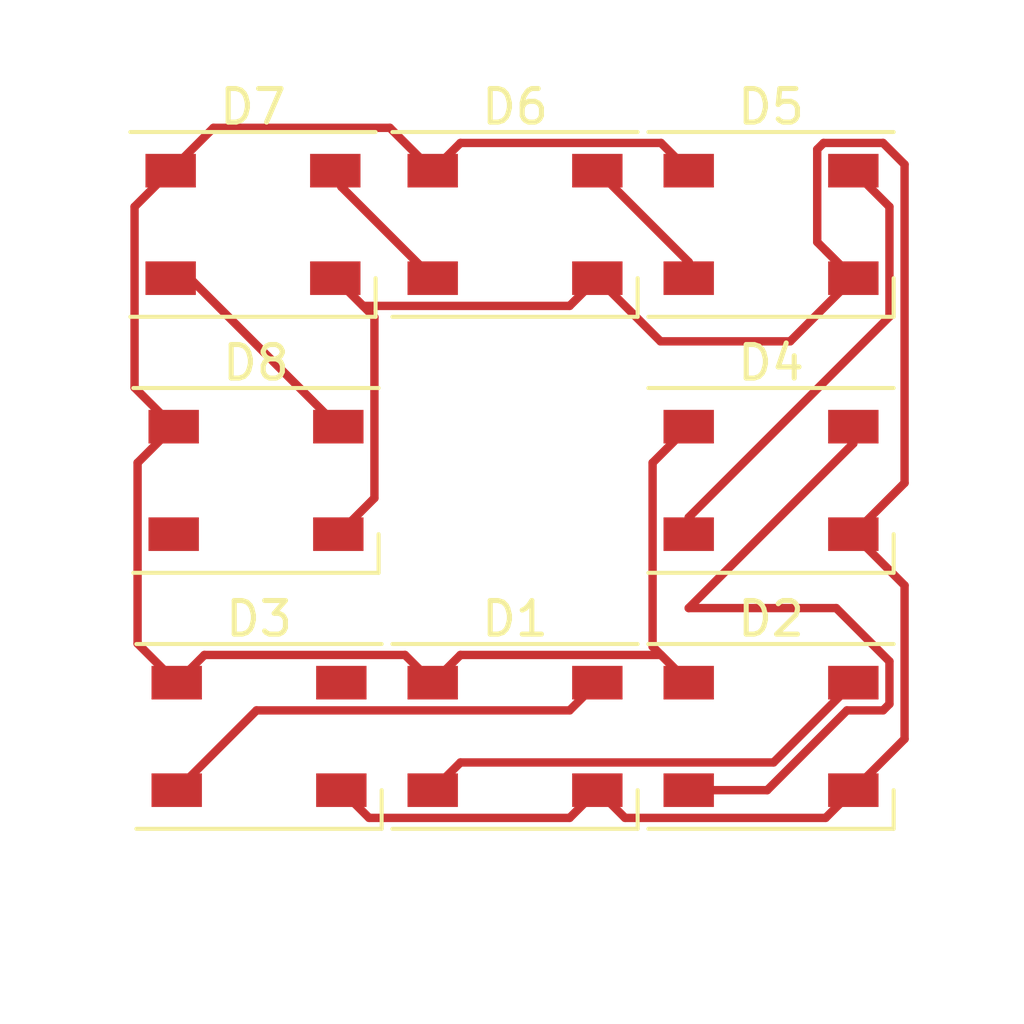
<source format=kicad_pcb>
(kicad_pcb (version 20221018) (generator pcbnew)
  (layers (0 "F.Cu" signal) (31 "B.Cu" signal) (34 "B.Paste" user) (35 "F.Paste" user) (36 "B.SilkS" user "B.Silkscreen") (37 "F.SilkS" user "F.Silkscreen") (38 "B.Mask" user) (39 "F.Mask" user) (44 "Edge.Cuts" user))
  (net 0 "")
  (net 1 "GND")
  (net 2 "Net-(D1-DIN)")
  (net 3 "+5V")
  (net 4 "Net-(D1-DOUT)")
  (net 5 "Net-(D2-DOUT)")
  (net 7 "Net-(D4-DOUT)")
  (net 8 "Net-(D5-DOUT)")
  (net 9 "Net-(D6-DOUT)")
  (net 10 "VS")
  (net 11 "Net-(D7-DOUT)")
  (footprint "LED_SMD:LED_SK6812_PLCC4_5.0x5.0mm_P3.2mm" (layer "F.Cu") (at 114.21 77.8)
    (fp_text reference "D7" (at 0 -3.5) (layer "F.SilkS"))
    (fp_text value "SK6812")
    (fp_line (start -3.65 -2.75) (end 3.65 -2.75) (stroke (width 0.12)) (layer "F.SilkS"))
    (fp_line (start -3.65 2.75) (end 3.65 2.75) (stroke (width 0.12)) (layer "F.SilkS"))
    (fp_line (start 3.65 2.75) (end 3.65 1.6) (stroke (width 0.12)) (layer "F.SilkS"))
    (pad "1" smd rect (at 2.45 1.6) (size 1.5 1) (layers "F.Cu" "F.Paste" "F.Mask") (net 1 "GND"))
    (pad "2" smd rect (at 2.45 -1.6) (size 1.5 1) (layers "F.Cu" "F.Paste" "F.Mask") (net 9 "Net-(D6-DOUT)"))
    (pad "3" smd rect (at -2.45 -1.6) (size 1.5 1) (layers "F.Cu" "F.Paste" "F.Mask") (net 3 "+5V"))
    (pad "4" smd rect (at -2.45 1.6) (size 1.5 1) (layers "F.Cu" "F.Paste" "F.Mask") (net 11 "Net-(D7-DOUT)"))
  )
  (footprint "LED_SMD:LED_SK6812_PLCC4_5.0x5.0mm_P3.2mm" (layer "F.Cu") (at 129.63 85.42)
    (fp_text reference "D4" (at 0 -3.5) (layer "F.SilkS"))
    (fp_text value "SK6812")
    (fp_line (start -3.65 -2.75) (end 3.65 -2.75) (stroke (width 0.12)) (layer "F.SilkS"))
    (fp_line (start -3.65 2.75) (end 3.65 2.75) (stroke (width 0.12)) (layer "F.SilkS"))
    (fp_line (start 3.65 2.75) (end 3.65 1.6) (stroke (width 0.12)) (layer "F.SilkS"))
    (pad "1" smd rect (at 2.45 1.6) (size 1.5 1) (layers "F.Cu" "F.Paste" "F.Mask") (net 1 "GND"))
    (pad "2" smd rect (at 2.45 -1.6) (size 1.5 1) (layers "F.Cu" "F.Paste" "F.Mask") (net 5 "Net-(D2-DOUT)"))
    (pad "3" smd rect (at -2.45 -1.6) (size 1.5 1) (layers "F.Cu" "F.Paste" "F.Mask") (net 3 "+5V"))
    (pad "4" smd rect (at -2.45 1.6) (size 1.5 1) (layers "F.Cu" "F.Paste" "F.Mask") (net 7 "Net-(D4-DOUT)"))
  )
  (footprint "LED_SMD:LED_SK6812_PLCC4_5.0x5.0mm_P3.2mm" (layer "F.Cu") (at 122.01 77.8)
    (fp_text reference "D6" (at 0 -3.5) (layer "F.SilkS"))
    (fp_text value "SK6812")
    (fp_line (start -3.65 -2.75) (end 3.65 -2.75) (stroke (width 0.12)) (layer "F.SilkS"))
    (fp_line (start -3.65 2.75) (end 3.65 2.75) (stroke (width 0.12)) (layer "F.SilkS"))
    (fp_line (start 3.65 2.75) (end 3.65 1.6) (stroke (width 0.12)) (layer "F.SilkS"))
    (pad "1" smd rect (at 2.45 1.6) (size 1.5 1) (layers "F.Cu" "F.Paste" "F.Mask") (net 1 "GND"))
    (pad "2" smd rect (at 2.45 -1.6) (size 1.5 1) (layers "F.Cu" "F.Paste" "F.Mask") (net 8 "Net-(D5-DOUT)"))
    (pad "3" smd rect (at -2.45 -1.6) (size 1.5 1) (layers "F.Cu" "F.Paste" "F.Mask") (net 3 "+5V"))
    (pad "4" smd rect (at -2.45 1.6) (size 1.5 1) (layers "F.Cu" "F.Paste" "F.Mask") (net 9 "Net-(D6-DOUT)"))
  )
  (footprint "LED_SMD:LED_SK6812_PLCC4_5.0x5.0mm_P3.2mm" (layer "F.Cu") (at 114.3 85.42)
    (fp_text reference "D8" (at 0 -3.5) (layer "F.SilkS"))
    (fp_text value "SK6812")
    (fp_line (start -3.65 -2.75) (end 3.65 -2.75) (stroke (width 0.12)) (layer "F.SilkS"))
    (fp_line (start -3.65 2.75) (end 3.65 2.75) (stroke (width 0.12)) (layer "F.SilkS"))
    (fp_line (start 3.65 2.75) (end 3.65 1.6) (stroke (width 0.12)) (layer "F.SilkS"))
    (pad "1" smd rect (at 2.45 1.6) (size 1.5 1) (layers "F.Cu" "F.Paste" "F.Mask") (net 1 "GND"))
    (pad "2" smd rect (at 2.45 -1.6) (size 1.5 1) (layers "F.Cu" "F.Paste" "F.Mask") (net 11 "Net-(D7-DOUT)"))
    (pad "3" smd rect (at -2.45 -1.6) (size 1.5 1) (layers "F.Cu" "F.Paste" "F.Mask") (net 3 "+5V"))
    (pad "4" smd rect (at -2.45 1.6) (size 1.5 1) (layers "F.Cu" "F.Paste" "F.Mask") (net 10 "VS"))
  )
  (footprint "LED_SMD:LED_SK6812_PLCC4_5.0x5.0mm_P3.2mm" (layer "F.Cu") (at 129.63 77.8)
    (fp_text reference "D5" (at 0 -3.5) (layer "F.SilkS"))
    (fp_text value "SK6812")
    (fp_line (start -3.65 -2.75) (end 3.65 -2.75) (stroke (width 0.12)) (layer "F.SilkS"))
    (fp_line (start -3.65 2.75) (end 3.65 2.75) (stroke (width 0.12)) (layer "F.SilkS"))
    (fp_line (start 3.65 2.75) (end 3.65 1.6) (stroke (width 0.12)) (layer "F.SilkS"))
    (pad "1" smd rect (at 2.45 1.6) (size 1.5 1) (layers "F.Cu" "F.Paste" "F.Mask") (net 1 "GND"))
    (pad "2" smd rect (at 2.45 -1.6) (size 1.5 1) (layers "F.Cu" "F.Paste" "F.Mask") (net 7 "Net-(D4-DOUT)"))
    (pad "3" smd rect (at -2.45 -1.6) (size 1.5 1) (layers "F.Cu" "F.Paste" "F.Mask") (net 3 "+5V"))
    (pad "4" smd rect (at -2.45 1.6) (size 1.5 1) (layers "F.Cu" "F.Paste" "F.Mask") (net 8 "Net-(D5-DOUT)"))
  )
  (footprint "LED_SMD:LED_SK6812_PLCC4_5.0x5.0mm_P3.2mm" (layer "F.Cu") (at 122.01 93.04)
    (fp_text reference "D1" (at 0 -3.5) (layer "F.SilkS"))
    (fp_text value "SK6812")
    (fp_line (start -3.65 -2.75) (end 3.65 -2.75) (stroke (width 0.12)) (layer "F.SilkS"))
    (fp_line (start -3.65 2.75) (end 3.65 2.75) (stroke (width 0.12)) (layer "F.SilkS"))
    (fp_line (start 3.65 2.75) (end 3.65 1.6) (stroke (width 0.12)) (layer "F.SilkS"))
    (pad "1" smd rect (at 2.45 1.6) (size 1.5 1) (layers "F.Cu" "F.Paste" "F.Mask") (net 1 "GND"))
    (pad "2" smd rect (at 2.45 -1.6) (size 1.5 1) (layers "F.Cu" "F.Paste" "F.Mask") (net 2 "Net-(D1-DIN)"))
    (pad "3" smd rect (at -2.45 -1.6) (size 1.5 1) (layers "F.Cu" "F.Paste" "F.Mask") (net 3 "+5V"))
    (pad "4" smd rect (at -2.45 1.6) (size 1.5 1) (layers "F.Cu" "F.Paste" "F.Mask") (net 4 "Net-(D1-DOUT)"))
  )
  (footprint "LED_SMD:LED_SK6812_PLCC4_5.0x5.0mm_P3.2mm" (layer "F.Cu") (at 114.39 93.04)
    (fp_text reference "D3" (at 0 -3.5) (layer "F.SilkS"))
    (fp_text value "SK6812")
    (fp_line (start -3.65 -2.75) (end 3.65 -2.75) (stroke (width 0.12)) (layer "F.SilkS"))
    (fp_line (start -3.65 2.75) (end 3.65 2.75) (stroke (width 0.12)) (layer "F.SilkS"))
    (fp_line (start 3.65 2.75) (end 3.65 1.6) (stroke (width 0.12)) (layer "F.SilkS"))
    (pad "1" smd rect (at 2.45 1.6) (size 1.5 1) (layers "F.Cu" "F.Paste" "F.Mask") (net 1 "GND"))
    (pad "2" smd rect (at 2.45 -1.6) (size 1.5 1) (layers "F.Cu" "F.Paste" "F.Mask"))
    (pad "3" smd rect (at -2.45 -1.6) (size 1.5 1) (layers "F.Cu" "F.Paste" "F.Mask") (net 3 "+5V"))
    (pad "4" smd rect (at -2.45 1.6) (size 1.5 1) (layers "F.Cu" "F.Paste" "F.Mask") (net 2 "Net-(D1-DIN)"))
  )
  (footprint "LED_SMD:LED_SK6812_PLCC4_5.0x5.0mm_P3.2mm" (layer "F.Cu") (at 129.63 93.04)
    (fp_text reference "D2" (at 0 -3.5) (layer "F.SilkS"))
    (fp_text value "SK6812")
    (fp_line (start -3.65 -2.75) (end 3.65 -2.75) (stroke (width 0.12)) (layer "F.SilkS"))
    (fp_line (start -3.65 2.75) (end 3.65 2.75) (stroke (width 0.12)) (layer "F.SilkS"))
    (fp_line (start 3.65 2.75) (end 3.65 1.6) (stroke (width 0.12)) (layer "F.SilkS"))
    (pad "1" smd rect (at 2.45 1.6) (size 1.5 1) (layers "F.Cu" "F.Paste" "F.Mask") (net 1 "GND"))
    (pad "2" smd rect (at 2.45 -1.6) (size 1.5 1) (layers "F.Cu" "F.Paste" "F.Mask") (net 4 "Net-(D1-DOUT)"))
    (pad "3" smd rect (at -2.45 -1.6) (size 1.5 1) (layers "F.Cu" "F.Paste" "F.Mask") (net 3 "+5V"))
    (pad "4" smd rect (at -2.45 1.6) (size 1.5 1) (layers "F.Cu" "F.Paste" "F.Mask") (net 5 "Net-(D2-DOUT)"))
  )
  (segment (start 124.46 79.4) (end 126.34 81.28) (width 0.25) (layer "F.Cu") (net 1))
  (segment (start 133.605 76.01538) (end 133.605 85.495) (width 0.25) (layer "F.Cu") (net 1))
  (segment (start 130.2 81.28) (end 132.08 79.4) (width 0.25) (layer "F.Cu") (net 1))
  (segment (start 126.34 81.28) (end 130.2 81.28) (width 0.25) (layer "F.Cu") (net 1))
  (segment (start 131.255 95.465) (end 132.08 94.64) (width 0.25) (layer "F.Cu") (net 1))
  (segment (start 133.605 88.545) (end 133.605 93.115) (width 0.25) (layer "F.Cu") (net 1))
  (segment (start 131.005 75.56538) (end 131.19538 75.375) (width 0.25) (layer "F.Cu") (net 1))
  (segment (start 132.96462 75.375) (end 133.605 76.01538) (width 0.25) (layer "F.Cu") (net 1))
  (segment (start 131.19538 75.375) (end 132.96462 75.375) (width 0.25) (layer "F.Cu") (net 1))
  (segment (start 117.665 95.465) (end 116.84 94.64) (width 0.25) (layer "F.Cu") (net 1))
  (segment (start 133.605 85.495) (end 132.08 87.02) (width 0.25) (layer "F.Cu") (net 1))
  (segment (start 116.66 79.4) (end 117.825 80.565) (width 0.25) (layer "F.Cu") (net 1))
  (segment (start 132.08 87.02) (end 133.605 88.545) (width 0.25) (layer "F.Cu") (net 1))
  (segment (start 116.66 79.4) (end 117.485 80.225) (width 0.25) (layer "F.Cu") (net 1))
  (segment (start 131.255 78.575) (end 132.08 79.4) (width 0.25) (layer "F.Cu") (net 1))
  (segment (start 131.005 78.325) (end 131.005 75.56538) (width 0.25) (layer "F.Cu") (net 1))
  (segment (start 123.635 80.225) (end 124.46 79.4) (width 0.25) (layer "F.Cu") (net 1))
  (segment (start 123.635 95.465) (end 117.665 95.465) (width 0.25) (layer "F.Cu") (net 1))
  (segment (start 117.825 80.565) (end 117.825 85.945) (width 0.25) (layer "F.Cu") (net 1))
  (segment (start 124.46 94.64) (end 123.635 95.465) (width 0.25) (layer "F.Cu") (net 1))
  (segment (start 117.485 80.225) (end 123.635 80.225) (width 0.25) (layer "F.Cu") (net 1))
  (segment (start 124.46 94.64) (end 125.285 95.465) (width 0.25) (layer "F.Cu") (net 1))
  (segment (start 125.285 95.465) (end 131.255 95.465) (width 0.25) (layer "F.Cu") (net 1))
  (segment (start 132.08 79.4) (end 131.005 78.325) (width 0.25) (layer "F.Cu") (net 1))
  (segment (start 133.605 93.115) (end 132.08 94.64) (width 0.25) (layer "F.Cu") (net 1))
  (segment (start 117.825 85.945) (end 116.75 87.02) (width 0.25) (layer "F.Cu") (net 1))
  (segment (start 123.635 92.265) (end 114.315 92.265) (width 0.25) (layer "F.Cu") (net 2))
  (segment (start 124.46 91.44) (end 123.635 92.265) (width 0.25) (layer "F.Cu") (net 2))
  (segment (start 114.315 92.265) (end 111.94 94.64) (width 0.25) (layer "F.Cu") (net 2))
  (segment (start 112.765 90.615) (end 111.94 91.44) (width 0.25) (layer "F.Cu") (net 3))
  (segment (start 120.385 75.375) (end 119.56 76.2) (width 0.25) (layer "F.Cu") (net 3))
  (segment (start 110.775 90.275) (end 110.775 84.895) (width 0.25) (layer "F.Cu") (net 3))
  (segment (start 118.735 90.615) (end 112.765 90.615) (width 0.25) (layer "F.Cu") (net 3))
  (segment (start 126.105 90.365) (end 127.18 91.44) (width 0.25) (layer "F.Cu") (net 3))
  (segment (start 113.035 74.925) (end 111.76 76.2) (width 0.25) (layer "F.Cu") (net 3))
  (segment (start 118.285 74.925) (end 113.035 74.925) (width 0.25) (layer "F.Cu") (net 3))
  (segment (start 126.355 75.375) (end 120.385 75.375) (width 0.25) (layer "F.Cu") (net 3))
  (segment (start 119.56 91.44) (end 120.385 90.615) (width 0.25) (layer "F.Cu") (net 3))
  (segment (start 119.56 91.44) (end 118.735 90.615) (width 0.25) (layer "F.Cu") (net 3))
  (segment (start 111.94 91.44) (end 110.775 90.275) (width 0.25) (layer "F.Cu") (net 3))
  (segment (start 110.775 84.895) (end 111.85 83.82) (width 0.25) (layer "F.Cu") (net 3))
  (segment (start 126.355 90.615) (end 127.18 91.44) (width 0.25) (layer "F.Cu") (net 3))
  (segment (start 127.18 83.82) (end 126.105 84.895) (width 0.25) (layer "F.Cu") (net 3))
  (segment (start 110.685 77.275) (end 110.685 82.655) (width 0.25) (layer "F.Cu") (net 3))
  (segment (start 127.18 76.2) (end 126.355 75.375) (width 0.25) (layer "F.Cu") (net 3))
  (segment (start 111.76 76.2) (end 110.685 77.275) (width 0.25) (layer "F.Cu") (net 3))
  (segment (start 110.685 82.655) (end 111.85 83.82) (width 0.25) (layer "F.Cu") (net 3))
  (segment (start 119.56 76.2) (end 118.285 74.925) (width 0.25) (layer "F.Cu") (net 3))
  (segment (start 120.385 90.615) (end 126.355 90.615) (width 0.25) (layer "F.Cu") (net 3))
  (segment (start 126.105 84.895) (end 126.105 90.365) (width 0.25) (layer "F.Cu") (net 3))
  (segment (start 132.08 91.44) (end 129.705 93.815) (width 0.25) (layer "F.Cu") (net 4))
  (segment (start 120.385 93.815) (end 119.56 94.64) (width 0.25) (layer "F.Cu") (net 4))
  (segment (start 129.705 93.815) (end 120.385 93.815) (width 0.25) (layer "F.Cu") (net 4))
  (segment (start 129.516396 94.64) (end 127.18 94.64) (width 0.25) (layer "F.Cu") (net 5))
  (segment (start 131.56962 89.22) (end 133.155 90.80538) (width 0.25) (layer "F.Cu") (net 5))
  (segment (start 127.18 89.22) (end 131.56962 89.22) (width 0.25) (layer "F.Cu") (net 5))
  (segment (start 132.08 84.32) (end 127.18 89.22) (width 0.25) (layer "F.Cu") (net 5))
  (segment (start 133.155 92.07462) (end 132.96462 92.265) (width 0.25) (layer "F.Cu") (net 5))
  (segment (start 131.891396 92.265) (end 129.516396 94.64) (width 0.25) (layer "F.Cu") (net 5))
  (segment (start 132.96462 92.265) (end 131.891396 92.265) (width 0.25) (layer "F.Cu") (net 5))
  (segment (start 133.155 90.80538) (end 133.155 92.07462) (width 0.25) (layer "F.Cu") (net 5))
  (segment (start 132.08 83.82) (end 132.08 84.32) (width 0.25) (layer "F.Cu") (net 5))
  (segment (start 132.08 76.2) (end 133.155 77.275) (width 0.25) (layer "F.Cu") (net 7))
  (segment (start 133.155 80.545) (end 127.18 86.52) (width 0.25) (layer "F.Cu") (net 7))
  (segment (start 133.155 77.275) (end 133.155 80.545) (width 0.25) (layer "F.Cu") (net 7))
  (segment (start 127.18 86.52) (end 127.18 87.02) (width 0.25) (layer "F.Cu") (net 7))
  (segment (start 124.46 76.2) (end 127.18 78.92) (width 0.25) (layer "F.Cu") (net 8))
  (segment (start 127.18 78.92) (end 127.18 79.4) (width 0.25) (layer "F.Cu") (net 8))
  (segment (start 116.84 76.68) (end 119.56 79.4) (width 0.25) (layer "F.Cu") (net 9))
  (segment (start 116.84 76.2) (end 116.84 76.68) (width 0.25) (layer "F.Cu") (net 9))
  (segment (start 116.66 76.2) (end 116.84 76.2) (width 0.25) (layer "F.Cu") (net 9))
  (segment (start 116.75 83.82) (end 112.33 79.4) (width 0.25) (layer "F.Cu") (net 11))
  (segment (start 112.33 79.4) (end 111.76 79.4) (width 0.25) (layer "F.Cu") (net 11))
)
</source>
